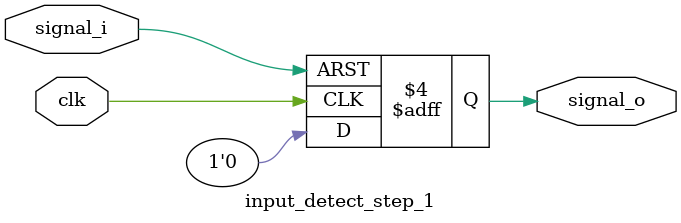
<source format=v>
`timescale 1ns / 1ps

module input_detect_step_1 (
    input  clk,
    input  signal_i,
    output reg signal_o
);

    wire buffer;
    assign buffer = !signal_i;
    
    always @ (posedge clk, negedge buffer) begin
        if (!buffer) begin
            signal_o <= 1'b1;
        end
        else begin
            signal_o <= 1'b0;
        end
    end
    
endmodule

</source>
